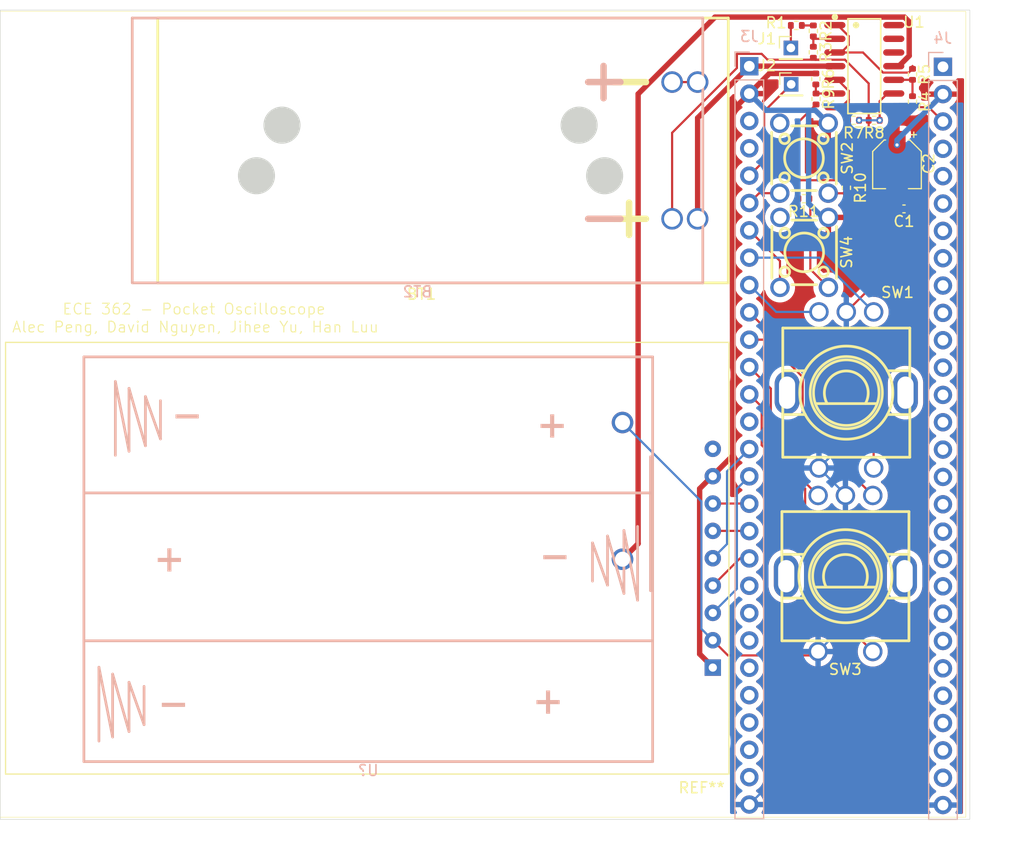
<source format=kicad_pcb>
(kicad_pcb (version 20241229) (generator "pcbnew") (generator_version "9.0")
  (layers (0 "F.Cu" signal) (2 "B.Cu" signal) (13 "F.Paste" user) (15 "B.Paste" user) (5 "F.SilkS" user "F.Silkscreen") (7 "B.SilkS" user "B.Silkscreen") (1 "F.Mask" user) (3 "B.Mask" user) (25 "Edge.Cuts" user))
  (net 0 "")
  (net 1 "+3.3V")
  (net 2 "/GPIO0")
  (net 3 "/GPIO3")
  (net 4 "/GPIO7")
  (net 5 "/GPIO13")
  (net 6 "/GPIO24")
  (net 7 "/GPIO21")
  (net 8 "/GPIO14")
  (net 9 "/GPIO5")
  (net 10 "+BATT")
  (net 11 "/GPIO1")
  (net 12 "/GPIO12")
  (net 13 "/GPIO23")
  (net 14 "/GPIO22")
  (net 15 "/GPIO18")
  (net 16 "/GPIO19")
  (net 17 "/GPIO4")
  (net 18 "/GPIO6")
  (net 19 "/GPIO8")
  (net 20 "/GPIO2")
  (net 21 "/GPIO17")
  (net 22 "/GPIO9")
  (net 23 "/GPIO20")
  (net 24 "/GPIO16")
  (net 25 "/GPIO15")
  (net 26 "/GPIO10")
  (net 27 "/GPIO11")
  (net 28 "/GPIO28")
  (net 29 "/GPIO38")
  (net 30 "/GPIO43_ADC3")
  (net 31 "/GPIO45_ADC5")
  (net 32 "/GPIO46_ADC6")
  (net 33 "/GPIO32")
  (net 34 "/GPIO47_ADC7")
  (net 35 "/GPIO36")
  (net 36 "/GPIO31")
  (net 37 "/GPIO33")
  (net 38 "/GPIO27")
  (net 39 "/GPIO34")
  (net 40 "/SWCLK")
  (net 41 "/GPIO26")
  (net 42 "/GPIO41_ADC1")
  (net 43 "/GPIO44_ADC4")
  (net 44 "/GPIO37")
  (net 45 "/SWD")
  (net 46 "/GPIO39")
  (net 47 "/GPIO30")
  (net 48 "/GPIO25")
  (net 49 "/GPIO35")
  (net 50 "/GPIO42_ADC2")
  (net 51 "/GPIO29")
  (net 52 "Net-(R1-Pad2)")
  (net 53 "Net-(U1A--)")
  (net 54 "Net-(U1C-+)")
  (net 55 "Net-(U1A-+)")
  (net 56 "Net-(U1B--)")
  (net 57 "Net-(U1B-+)")
  (net 58 "Net-(U1C--)")
  (net 59 "Net-(SW2-K)")
  (net 60 "Net-(SW4-K)")
  (net 66 "-BATT")
  (net 67 "GND")
  (net 72 "Net-(J1-Pin_1)")
  (net 73 "x")
  (net 74 "BT1_GND")
  (footprint "Rotary_Encoder_EC11E18244A5:SW-TH_EC11E18244A5" (layer "F.Cu") (at 11.195 49.72 180)
    (property "Reference" "SW3" (at 0.014966 -8.905433 0) (layer "F.SilkS"))
    (property "Value" "~")
    (pad "6" thru_hole oval (at 5.5 -0.25 270) (size 4 2.3) (drill oval 3 1.5) (layers "*.Cu" "*.Mask"))
    (pad "7" thru_hole oval (at -5.5 -0.25 270) (size 4 2.3) (drill oval 3 1.5) (layers "*.Cu" "*.Mask"))
    (pad "A" thru_hole circle (at -2.54 7.25 180) (size 1.8 1.8) (drill 1.3) (layers "*.Cu" "*.Mask") (net 19 "/GPIO8"))
    (pad "B" thru_hole circle (at 2.54 7.25 180) (size 1.8 1.8) (drill 1.3) (layers "*.Cu" "*.Mask") (net 22 "/GPIO9"))
    (pad "C" thru_hole circle (at 0 7.25 180) (size 1.8 1.8) (drill 1.3) (layers "*.Cu" "*.Mask") (net 67 "GND"))
    (pad "D" thru_hole circle (at -2.54 -7.25 180) (size 1.8 1.8) (drill 1.3) (layers "*.Cu" "*.Mask") (net 26 "/GPIO10"))
    (pad "E" thru_hole circle (at 2.54 -7.25 180) (size 1.8 1.8) (drill 1.3) (layers "*.Cu" "*.Mask") (net 67 "GND"))
  )
  (footprint "Resistor_SMD:R_0402_1005Metric" (layer "F.Cu") (at 8.215 -0.681625 -90)
    (property "Reference" "R2" (at 0 -1.17 90) (layer "F.SilkS"))
    (property "Value" "220k")
    (pad "1" smd roundrect (at -0.51 0 270) (size 0.54 0.64) (layers "F.Cu" "F.Mask" "F.Paste") (net 52 "Net-(R1-Pad2)"))
    (pad "2" smd roundrect (at 0.51 0 270) (size 0.54 0.64) (layers "F.Cu" "F.Mask" "F.Paste") (net 53 "Net-(U1A--)"))
  )
  (footprint "Rotary_Encoder_EC11E18244A5:SW-TH_EC11E18244A5" (layer "F.Cu") (at 11.275 32.67 180)
    (property "Reference" "SW1" (at -4.76 9.06 0) (layer "F.SilkS"))
    (property "Value" "~")
    (pad "6" thru_hole oval (at 5.5 -0.25 270) (size 4 2.3) (drill oval 3 1.5) (layers "*.Cu" "*.Mask"))
    (pad "7" thru_hole oval (at -5.5 -0.25 270) (size 4 2.3) (drill oval 3 1.5) (layers "*.Cu" "*.Mask"))
    (pad "A" thru_hole circle (at -2.54 7.25 180) (size 1.8 1.8) (drill 1.3) (layers "*.Cu" "*.Mask") (net 9 "/GPIO5"))
    (pad "B" thru_hole circle (at 2.54 7.25 180) (size 1.8 1.8) (drill 1.3) (layers "*.Cu" "*.Mask") (net 18 "/GPIO6"))
    (pad "C" thru_hole circle (at 0 7.25 180) (size 1.8 1.8) (drill 1.3) (layers "*.Cu" "*.Mask") (net 67 "GND"))
    (pad "D" thru_hole circle (at -2.54 -7.25 180) (size 1.8 1.8) (drill 1.3) (layers "*.Cu" "*.Mask") (net 4 "/GPIO7"))
    (pad "E" thru_hole circle (at 2.54 -7.25 180) (size 1.8 1.8) (drill 1.3) (layers "*.Cu" "*.Mask") (net 67 "GND"))
  )
  (footprint "Resistor_SMD:R_0402_1005Metric" (layer "F.Cu") (at 11.285 13.89 90)
    (property "Reference" "R10" (at 0 1.3 90) (layer "F.SilkS"))
    (property "Value" "1000")
    (pad "1" smd roundrect (at -0.51 0 90) (size 0.54 0.64) (layers "F.Cu" "F.Mask" "F.Paste") (net 59 "Net-(SW2-K)"))
    (pad "2" smd roundrect (at 0.51 0 90) (size 0.54 0.64) (layers "F.Cu" "F.Mask" "F.Paste") (net 67 "GND"))
  )
  (footprint "Resistor_SMD:R_0402_1005Metric" (layer "F.Cu") (at 11.955 7.62 180)
    (property "Reference" "R7" (at 0 -1.17 0) (layer "F.SilkS"))
    (property "Value" "10k")
    (pad "1" smd roundrect (at -0.51 0 180) (size 0.54 0.64) (layers "F.Cu" "F.Mask" "F.Paste") (net 58 "Net-(U1C--)"))
    (pad "2" smd roundrect (at 0.51 0 180) (size 0.54 0.64) (layers "F.Cu" "F.Mask" "F.Paste") (net 57 "Net-(U1B-+)"))
  )
  (footprint "Button_Tactile:SW-TH_4P-L6.0-W6.0-P4.50-LS6.5" (layer "F.Cu") (at 7.345 11.14 90)
    (property "Reference" "SW2" (at 0 4.02 90) (layer "F.SilkS"))
    (property "Value" "BUTTON_MODE")
    (pad "1" thru_hole circle (at -3.25 -2.25 90) (size 1.8 1.8) (drill 1.2) (layers "*.Cu" "*.Mask") (net 3 "/GPIO3"))
    (pad "2" thru_hole circle (at 3.25 -2.25 90) (size 1.8 1.8) (drill 1.2) (layers "*.Cu" "*.Mask"))
    (pad "3" thru_hole circle (at -3.25 2.25 90) (size 1.8 1.8) (drill 1.2) (layers "*.Cu" "*.Mask") (net 59 "Net-(SW2-K)"))
    (pad "4" thru_hole circle (at 3.25 2.25 90) (size 1.8 1.8) (drill 1.2) (layers "*.Cu" "*.Mask") (net 1 "+3.3V"))
  )
  (footprint "cell_holder_3AA:BAT-TH_2P-L53.0-W24.6-P12.70_2468" (layer "F.Cu") (at -2.535 10.42)
    (property "Reference" "BT1" (at -25.65 13.35 0) (layer "F.SilkS"))
    (property "Value" "BAT-TH_2P-L53.0-W24.6-P12.70_2468")
    (fp_poly (pts (xy -36.888693 -2.46282) (xy -36.918145 -2.686531) (xy -36.976546 -2.904483) (xy -37.062895 -3.112948) (xy -37.175715 -3.308359) (xy -37.313076 -3.487372) (xy -37.472628 -3.646924) (xy -37.651641 -3.784285) (xy -37.847052 -3.897105) (xy -38.055517 -3.983454) (xy -38.273469 -4.041855) (xy -38.49718 -4.071307) (xy -38.72282 -4.071307) (xy -38.946531 -4.041855) (xy -39.164483 -3.983454) (xy -39.372948 -3.897105) (xy -39.568359 -3.784285) (xy -39.747372 -3.646924) (xy -39.906924 -3.487372) (xy -40.044285 -3.308359) (xy -40.157105 -3.112948) (xy -40.243454 -2.904483) (xy -40.301855 -2.686531) (xy -40.331307 -2.46282) (xy -40.331307 -2.23718) (xy -40.301855 -2.013469) (xy -40.243454 -1.795517) (xy -40.157105 -1.587052) (xy -40.044285 -1.391641) (xy -39.906924 -1.212628) (xy -39.747372 -1.053076) (xy -39.568359 -0.915715) (xy -39.372948 -0.802895) (xy -39.164483 -0.716546) (xy -38.946531 -0.658145) (xy -38.72282 -0.628693) (xy -38.49718 -0.628693) (xy -38.273469 -0.658145) (xy -38.055517 -0.716546) (xy -37.847052 -0.802895) (xy -37.651641 -0.915715) (xy -37.472628 -1.053076) (xy -37.313076 -1.212628) (xy -37.175715 -1.391641) (xy -37.062895 -1.587052) (xy -36.976546 -1.795517) (xy -36.918145 -2.013469) (xy -36.888693 -2.23718)) (fill yes) (layer "Edge.Cuts"))
    (fp_poly (pts (xy -6.918693 2.23718) (xy -6.948145 2.013469) (xy -7.006546 1.795517) (xy -7.092895 1.587052) (xy -7.205715 1.391641) (xy -7.343076 1.212628) (xy -7.502628 1.053076) (xy -7.681641 0.915715) (xy -7.877052 0.802895) (xy -8.085517 0.716546) (xy -8.303469 0.658145) (xy -8.52718 0.628693) (xy -8.75282 0.628693) (xy -8.976531 0.658145) (xy -9.194483 0.716546) (xy -9.402948 0.802895) (xy -9.598359 0.915715) (xy -9.777372 1.053076) (xy -9.936924 1.212628) (xy -10.074285 1.391641) (xy -10.187105 1.587052) (xy -10.273454 1.795517) (xy -10.331855 2.013469) (xy -10.361307 2.23718) (xy -10.361307 2.46282) (xy -10.331855 2.686531) (xy -10.273454 2.904483) (xy -10.187105 3.112948) (xy -10.074285 3.308359) (xy -9.936924 3.487372) (xy -9.777372 3.646924) (xy -9.598359 3.784285) (xy -9.402948 3.897105) (xy -9.194483 3.983454) (xy -8.976531 4.041855) (xy -8.75282 4.071307) (xy -8.52718 4.071307) (xy -8.303469 4.041855) (xy -8.085517 3.983454) (xy -7.877052 3.897105) (xy -7.681641 3.784285) (xy -7.502628 3.646924) (xy -7.343076 3.487372) (xy -7.205715 3.308359) (xy -7.092895 3.112948) (xy -7.006546 2.904483) (xy -6.948145 2.686531) (xy -6.918693 2.46282)) (fill yes) (layer "Edge.Cuts"))
    (pad "1" thru_hole circle (at 0 -6.35) (size 2 2) (drill 1.5) (layers "*.Cu" "*.Mask") (net 74 "BT1_GND"))
    (pad "2" thru_hole circle (at 0 6.35) (size 2 2) (drill 1.5) (layers "*.Cu" "*.Mask") (net 10 "+BATT"))
  )
  (footprint "Capacitor_SMD:C_0402_1005Metric" (layer "F.Cu") (at 16.635 15.85 180)
    (property "Reference" "C1" (at 0 -1.16 0) (layer "F.SilkS"))
    (property "Value" ".1uF")
    (pad "1" smd roundrect (at -0.48 0 180) (size 0.56 0.62) (layers "F.Cu" "F.Mask" "F.Paste") (net 1 "+3.3V"))
    (pad "2" smd roundrect (at 0.48 0 180) (size 0.56 0.62) (layers "F.Cu" "F.Mask" "F.Paste") (net 67 "GND"))
  )
  (footprint "Resistor_SMD:R_0402_1005Metric" (layer "F.Cu") (at 17.425 3.35 -90)
    (property "Reference" "R5" (at 0 -1.11 270) (layer "F.SilkS"))
    (property "Value" "10k")
    (pad "1" smd roundrect (at -0.51 0 270) (size 0.54 0.64) (layers "F.Cu" "F.Mask" "F.Paste") (net 55 "Net-(U1A-+)"))
    (pad "2" smd roundrect (at 0.51 0 270) (size 0.54 0.64) (layers "F.Cu" "F.Mask" "F.Paste") (net 54 "Net-(U1C-+)"))
  )
  (footprint "Resistor_SMD:R_0402_1005Metric" (layer "F.Cu") (at 7.335 14.9 180)
    (property "Reference" "R11" (at 0.02 -1.19 0) (layer "F.SilkS"))
    (property "Value" "1000")
    (pad "1" smd roundrect (at -0.51 0 180) (size 0.54 0.64) (layers "F.Cu" "F.Mask" "F.Paste") (net 60 "Net-(SW4-K)"))
    (pad "2" smd roundrect (at 0.51 0 180) (size 0.54 0.64) (layers "F.Cu" "F.Mask" "F.Paste") (net 67 "GND"))
  )
  (footprint "Resistor_SMD:R_0402_1005Metric" (layer "F.Cu") (at 8.445 3.78 -90)
    (property "Reference" "R6" (at 0 -1.17 90) (layer "F.SilkS"))
    (property "Value" "10k")
    (pad "1" smd roundrect (at -0.51 0 270) (size 0.54 0.64) (layers "F.Cu" "F.Mask" "F.Paste") (net 1 "+3.3V"))
    (pad "2" smd roundrect (at 0.51 0 270) (size 0.54 0.64) (layers "F.Cu" "F.Mask" "F.Paste") (net 56 "Net-(U1B--)"))
  )
  (footprint "" (layer "F.Cu") (at -63.405 1.76)
    (property "Reference" "" (at 0 0 0) (layer "F.SilkS") (effects (font (size 1.27 1.27))))
    (property "Value" "")
    (pad "" np_thru_hole circle (at 0 0 180) (size 3.5 3.5) (drill 3.5) (layers "*.Cu" "*.Mask") (clearance 1.4))
  )
  (footprint "Resistor_SMD:R_0402_1005Metric" (layer "F.Cu") (at 6.635 -1.191625)
    (property "Reference" "R1" (at -1.88 -0.248375 0) (layer "F.SilkS"))
    (property "Value" "680k")
    (pad "1" smd roundrect (at -0.51 0) (size 0.54 0.64) (layers "F.Cu" "F.Mask" "F.Paste") (net 72 "Net-(J1-Pin_1)"))
    (pad "2" smd roundrect (at 0.51 0) (size 0.54 0.64) (layers "F.Cu" "F.Mask" "F.Paste") (net 52 "Net-(R1-Pad2)"))
  )
  (footprint "Connector_PinHeader_2.00mm:PinHeader_1x01_P2.00mm_Vertical" (layer "F.Cu") (at 6.125 0.898375)
    (property "Reference" "J1" (at -2.23 -0.848375 0) (layer "F.SilkS"))
    (property "Value" "Conn_01x01_Pin")
    (pad "1" thru_hole rect (at 0 0) (size 1.35 1.35) (drill 0.8) (layers "*.Cu" "*.Mask") (net 72 "Net-(J1-Pin_1)"))
  )
  (footprint "Resistor_SMD:R_0402_1005Metric" (layer "F.Cu") (at 13.865 7.62 180)
    (property "Reference" "R8" (at 0 -1.17 0) (layer "F.SilkS"))
    (property "Value" "10k")
    (pad "1" smd roundrect (at -0.51 0 180) (size 0.54 0.64) (layers "F.Cu" "F.Mask" "F.Paste") (net 58 "Net-(U1C--)"))
    (pad "2" smd roundrect (at 0.51 0 180) (size 0.54 0.64) (layers "F.Cu" "F.Mask" "F.Paste") (net 67 "GND"))
  )
  (footprint "Button_Tactile:SW-TH_4P-L6.0-W6.0-P4.50-LS6.5" (layer "F.Cu") (at 7.365 19.89 90)
    (property "Reference" "SW4" (at 0.02 3.94 90) (layer "F.SilkS"))
    (property "Value" "BUTTON_CAPTURE")
    (pad "1" thru_hole circle (at -3.25 -2.25 90) (size 1.8 1.8) (drill 1.2) (layers "*.Cu" "*.Mask") (net 17 "/GPIO4"))
    (pad "2" thru_hole circle (at 3.25 -2.25 90) (size 1.8 1.8) (drill 1.2) (layers "*.Cu" "*.Mask"))
    (pad "3" thru_hole circle (at -3.25 2.25 90) (size 1.8 1.8) (drill 1.2) (layers "*.Cu" "*.Mask") (net 60 "Net-(SW4-K)"))
    (pad "4" thru_hole circle (at 3.25 2.25 90) (size 1.8 1.8) (drill 1.2) (layers "*.Cu" "*.Mask") (net 1 "+3.3V"))
  )
  (footprint "Resistor_SMD:R_0402_1005Metric" (layer "F.Cu") (at 17.425 5.89 -90)
    (property "Reference" "R4" (at 0 -1.17 90) (layer "F.SilkS"))
    (property "Value" "10k")
    (pad "1" smd roundrect (at -0.51 0 270) (size 0.54 0.64) (layers "F.Cu" "F.Mask" "F.Paste") (net 54 "Net-(U1C-+)"))
    (pad "2" smd roundrect (at 0.51 0 270) (size 0.54 0.64) (layers "F.Cu" "F.Mask" "F.Paste") (net 34 "/GPIO47_ADC7"))
  )
  (footprint "TL084:SOP-14_L8.6-W3.9-P1.27-LS6.0-BL" (layer "F.Cu") (at 12.949 2.59 -90)
    (property "Reference" "U1" (at -4.09 -4.616 180) (layer "F.SilkS"))
    (property "Value" "TL084")
    (pad "1" smd oval (at -3.81 2.734 270) (size 0.595 1.9675) (layers "F.Cu" "F.Mask" "F.Paste") (net 55 "Net-(U1A-+)"))
    (pad "2" smd oval (at -2.54 2.734 270) (size 0.595 1.9675) (layers "F.Cu" "F.Mask" "F.Paste") (net 53 "Net-(U1A--)"))
    (pad "3" smd oval (at -1.27 2.734 270) (size 0.595 1.9675) (layers "F.Cu" "F.Mask" "F.Paste") (net 55 "Net-(U1A-+)"))
    (pad "4" smd oval (at 0 2.734 270) (size 0.595 1.9675) (layers "F.Cu" "F.Mask" "F.Paste") (net 10 "+BATT"))
    (pad "5" smd oval (at 1.27 2.734 270) (size 0.595 1.9675) (layers "F.Cu" "F.Mask" "F.Paste") (net 57 "Net-(U1B-+)"))
    (pad "6" smd oval (at 2.54 2.734 270) (size 0.595 1.9675) (layers "F.Cu" "F.Mask" "F.Paste") (net 56 "Net-(U1B--)"))
    (pad "7" smd oval (at 3.81 2.734 270) (size 0.595 1.9675) (layers "F.Cu" "F.Mask" "F.Paste") (net 57 "Net-(U1B-+)"))
    (pad "8" smd oval (at 3.81 -2.734 270) (size 0.595 1.9675) (layers "F.Cu" "F.Mask" "F.Paste") (net 34 "/GPIO47_ADC7"))
    (pad "9" smd oval (at 2.54 -2.734 270) (size 0.595 1.9675) (layers "F.Cu" "F.Mask" "F.Paste") (net 58 "Net-(U1C--)"))
    (pad "10" smd oval (at 1.27 -2.734 270) (size 0.595 1.9675) (layers "F.Cu" "F.Mask" "F.Paste") (net 54 "Net-(U1C-+)"))
    (pad "11" smd oval (at 0 -2.734 270) (size 0.595 1.9675) (layers "F.Cu" "F.Mask" "F.Paste") (net 66 "-BATT"))
    (pad "12" smd oval (at -1.27 -2.734 270) (size 0.595 1.9675) (layers "F.Cu" "F.Mask" "F.Paste"))
    (pad "13" smd oval (at -2.54 -2.734 270) (size 0.595 1.9675) (layers "F.Cu" "F.Mask" "F.Paste"))
    (pad "14" smd oval (at -3.81 -2.734 270) (size 0.595 1.9675) (layers "F.Cu" "F.Mask" "F.Paste"))
  )
  (footprint "Resistor_SMD:R_0402_1005Metric" (layer "F.Cu") (at 8.215 1.298375 -90)
    (property "Reference" "R3" (at 0 -1.17 90) (layer "F.SilkS"))
    (property "Value" "100k")
    (pad "1" smd roundrect (at -0.51 0 270) (size 0.54 0.64) (layers "F.Cu" "F.Mask" "F.Paste") (net 53 "Net-(U1A--)"))
    (pad "2" smd roundrect (at 0.51 0 270) (size 0.54 0.64) (layers "F.Cu" "F.Mask" "F.Paste") (net 67 "GND"))
  )
  (footprint "Resistor_SMD:R_0402_1005Metric" (layer "F.Cu") (at 8.465 5.64 -90)
    (property "Reference" "R9" (at 0 -1.17 90) (layer "F.SilkS"))
    (property "Value" "10k")
    (pad "1" smd roundrect (at -0.51 0 270) (size 0.54 0.64) (layers "F.Cu" "F.Mask" "F.Paste") (net 56 "Net-(U1B--)"))
    (pad "2" smd roundrect (at 0.51 0 270) (size 0.54 0.64) (layers "F.Cu" "F.Mask" "F.Paste") (net 67 "GND"))
  )
  (footprint "LCD_MSP2202_without_sd:LCD_MSP2202_without_sd" (layer "F.Cu") (at 0.375 68.35 180)
    (property "Reference" "REF**" (at 2.54 -1.27 0) (layer "F.SilkS"))
    (property "Value" "LCD_MSP2202_without_sd")
    (pad "" np_thru_hole circle (at 3 3 180) (size 3.5 3.5) (drill 3.5) (layers "*.Cu" "*.Mask") (clearance 1.4))
    (pad "" np_thru_hole circle (at 3 37.1 180) (size 3.5 3.5) (drill 3.5) (layers "*.Cu" "*.Mask") (clearance 1.4))
    (pad "" np_thru_hole circle (at 64.2 3 180) (size 3.5 3.5) (drill 3.5) (layers "*.Cu" "*.Mask") (clearance 1.4))
    (pad "" np_thru_hole circle (at 64.2 37.1 180) (size 3.5 3.5) (drill 3.5) (layers "*.Cu" "*.Mask") (clearance 1.4))
    (pad "1" thru_hole rect (at 1.5 9.89 180) (size 1.524 1.524) (drill 0.762) (layers "*.Cu" "*.Mask") (net 1 "+3.3V"))
    (pad "2" thru_hole circle (at 1.5 12.43 180) (size 1.524 1.524) (drill 0.762) (layers "*.Cu" "*.Mask") (net 67 "GND"))
    (pad "3" thru_hole circle (at 1.5 14.97 180) (size 1.524 1.524) (drill 0.762) (layers "*.Cu" "*.Mask") (net 5 "/GPIO13"))
    (pad "4" thru_hole circle (at 1.5 17.51 180) (size 1.524 1.524) (drill 0.762) (layers "*.Cu" "*.Mask") (net 24 "/GPIO16"))
    (pad "5" thru_hole circle (at 1.5 20.05 180) (size 1.524 1.524) (drill 0.762) (layers "*.Cu" "*.Mask") (net 12 "/GPIO12"))
    (pad "6" thru_hole circle (at 1.5 22.59 180) (size 1.524 1.524) (drill 0.762) (layers "*.Cu" "*.Mask") (net 25 "/GPIO15"))
    (pad "7" thru_hole circle (at 1.5 25.13 180) (size 1.524 1.524) (drill 0.762) (layers "*.Cu" "*.Mask") (net 8 "/GPIO14"))
    (pad "8" thru_hole circle (at 1.5 27.67 180) (size 1.524 1.524) (drill 0.762) (layers "*.Cu" "*.Mask") (net 1 "+3.3V"))
    (pad "9" thru_hole circle (at 1.5 30.21 180) (size 1.524 1.524) (drill 0.762) (layers "*.Cu" "*.Mask"))
  )
  (footprint "Connector_PinHeader_2.00mm:PinHeader_1x01_P2.00mm_Vertical" (layer "F.Cu") (at 6.155 4.28)
    (property "Reference" "J2" (at -2.24 -1.74 0) (layer "F.SilkS"))
    (property "Value" "Conn_01x01_Pin")
    (pad "1" thru_hole rect (at 0 0) (size 1.35 1.35) (drill 0.8) (layers "*.Cu" "*.Mask") (net 20 "/GPIO2"))
  )
  (footprint "Capacitor_SMD:CP_Elec_4x4.5" (layer "F.Cu") (at 15.985 11.71 -90)
    (property "Reference" "C2" (at -0.06 -2.95 90) (layer "F.SilkS"))
    (property "Value" "10uF")
    (pad "1" smd roundrect (at -1.8 0 270) (size 2.6 1.6) (layers "F.Cu" "F.Mask" "F.Paste") (roundrect_rratio 0.15625) (net 1 "+3.3V"))
    (pad "2" smd roundrect (at 1.8 0 270) (size 2.6 1.6) (layers "F.Cu" "F.Mask" "F.Paste") (roundrect_rratio 0.15625) (net 67 "GND"))
  )
  (footprint "Connector_PinSocket_2.54mm:PinSocket_1x28_P2.54mm_Vertical" (layer "B.Cu") (at 20.255 2.65 180)
    (property "Reference" "J4" (at 0.02 2.66 180) (layer "B.SilkS") (effects (justify mirror)))
    (property "Value" "Conn_01x28_Socket")
    (pad "1" thru_hole rect (at 0 0 180) (size 1.7 1.7) (drill 1) (layers "*.Cu" "*.Mask") (net 10 "+BATT"))
    (pad "2" thru_hole oval (at 0 -2.54 180) (size 1.7 1.7) (drill 1) (layers "*.Cu" "*.Mask") (net 1 "+3.3V"))
    (pad "3" thru_hole oval (at 0 -5.08 180) (size 1.7 1.7) (drill 1) (layers "*.Cu" "*.Mask") (net 34 "/GPIO47_ADC7"))
    (pad "4" thru_hole oval (at 0 -7.62 180) (size 1.7 1.7) (drill 1) (layers "*.Cu" "*.Mask") (net 32 "/GPIO46_ADC6"))
    (pad "5" thru_hole oval (at 0 -10.16 180) (size 1.7 1.7) (drill 1) (layers "*.Cu" "*.Mask") (net 31 "/GPIO45_ADC5"))
    (pad "6" thru_hole oval (at 0 -12.7 180) (size 1.7 1.7) (drill 1) (layers "*.Cu" "*.Mask") (net 43 "/GPIO44_ADC4"))
    (pad "7" thru_hole oval (at 0 -15.24 180) (size 1.7 1.7) (drill 1) (layers "*.Cu" "*.Mask") (net 30 "/GPIO43_ADC3"))
    (pad "8" thru_hole oval (at 0 -17.78 180) (size 1.7 1.7) (drill 1) (layers "*.Cu" "*.Mask") (net 50 "/GPIO42_ADC2"))
    (pad "9" thru_hole oval (at 0 -20.32 180) (size 1.7 1.7) (drill 1) (layers "*.Cu" "*.Mask") (net 42 "/GPIO41_ADC1"))
    (pad "10" thru_hole oval (at 0 -22.86 180) (size 1.7 1.7) (drill 1) (layers "*.Cu" "*.Mask") (net 73 "x"))
    (pad "11" thru_hole oval (at 0 -25.4 180) (size 1.7 1.7) (drill 1) (layers "*.Cu" "*.Mask") (net 46 "/GPIO39"))
    (pad "12" thru_hole oval (at 0 -27.94 180) (size 1.7 1.7) (drill 1) (layers "*.Cu" "*.Mask") (net 29 "/GPIO38"))
    (pad "13" thru_hole oval (at 0 -30.48 180) (size 1.7 1.7) (drill 1) (layers "*.Cu" "*.Mask") (net 44 "/GPIO37"))
    (pad "14" thru_hole oval (at 0 -33.02 180) (size 1.7 1.7) (drill 1) (layers "*.Cu" "*.Mask") (net 35 "/GPIO36"))
    (pad "15" thru_hole oval (at 0 -35.56 180) (size 1.7 1.7) (drill 1) (layers "*.Cu" "*.Mask") (net 49 "/GPIO35"))
    (pad "16" thru_hole oval (at 0 -38.1 180) (size 1.7 1.7) (drill 1) (layers "*.Cu" "*.Mask") (net 39 "/GPIO34"))
    (pad "17" thru_hole oval (at 0 -40.64 180) (size 1.7 1.7) (drill 1) (layers "*.Cu" "*.Mask") (net 37 "/GPIO33"))
    (pad "18" thru_hole oval (at 0 -43.18 180) (size 1.7 1.7) (drill 1) (layers "*.Cu" "*.Mask") (net 33 "/GPIO32"))
    (pad "19" thru_hole oval (at 0 -45.72 180) (size 1.7 1.7) (drill 1) (layers "*.Cu" "*.Mask") (net 36 "/GPIO31"))
    (pad "20" thru_hole oval (at 0 -48.26 180) (size 1.7 1.7) (drill 1) (layers "*.Cu" "*.Mask") (net 47 "/GPIO30"))
    (pad "21" thru_hole oval (at 0 -50.8 180) (size 1.7 1.7) (drill 1) (layers "*.Cu" "*.Mask") (net 51 "/GPIO29"))
    (pad "22" thru_hole oval (at 0 -53.34 180) (size 1.7 1.7) (drill 1) (layers "*.Cu" "*.Mask") (net 28 "/GPIO28"))
    (pad "23" thru_hole oval (at 0 -55.88 180) (size 1.7 1.7) (drill 1) (layers "*.Cu" "*.Mask") (net 38 "/GPIO27"))
    (pad "24" thru_hole oval (at 0 -58.42 180) (size 1.7 1.7) (drill 1) (layers "*.Cu" "*.Mask") (net 41 "/GPIO26"))
    (pad "25" thru_hole oval (at 0 -60.96 180) (size 1.7 1.7) (drill 1) (layers "*.Cu" "*.Mask") (net 48 "/GPIO25"))
    (pad "26" thru_hole oval (at 0 -63.5 180) (size 1.7 1.7) (drill 1) (layers "*.Cu" "*.Mask") (net 40 "/SWCLK"))
    (pad "27" thru_hole oval (at 0 -66.04 180) (size 1.7 1.7) (drill 1) (layers "*.Cu" "*.Mask") (net 45 "/SWD"))
    (pad "28" thru_hole oval (at 0 -68.58 180) (size 1.7 1.7) (drill 1) (layers "*.Cu" "*.Mask") (net 67 "GND"))
  )
  (footprint "cell_holder_3AA:BAT-TH_2479" (layer "B.Cu") (at -9.5125 42.045)
    (property "Reference" "U?" (at -23.6175 25.973 0) (layer "B.SilkS") (effects (justify mirror)))
    (property "Value" "BAT-TH_2479")
    (pad "1" thru_hole circle (at 0 -6.35) (size 2 2) (drill 1.4) (layers "*.Cu" "*.Mask") (net 67 "GND"))
    (pad "2" thru_hole circle (at 0 6.35) (size 2 2) (drill 1.4) (layers "*.Cu" "*.Mask") (net 66 "-BATT"))
  )
  (footprint "Connector_PinSocket_2.54mm:PinSocket_1x28_P2.54mm_Vertical" (layer "B.Cu") (at 2.265 2.6 180)
    (property "Reference" "J3" (at 0 2.77 0) (layer "B.SilkS") (effects (justify mirror)))
    (property "Value" "Conn_01x28_Socket")
    (pad "1" thru_hole rect (at 0 0 180) (size 1.7 1.7) (drill 1) (layers "*.Cu" "*.Mask") (net 10 "+BATT"))
    (pad "2" thru_hole oval (at 0 -2.54 180) (size 1.7 1.7) (drill 1) (layers "*.Cu" "*.Mask") (net 1 "+3.3V"))
    (pad "3" thru_hole oval (at 0 -5.08 180) (size 1.7 1.7) (drill 1) (layers "*.Cu" "*.Mask") (net 2 "/GPIO0"))
    (pad "4" thru_hole oval (at 0 -7.62 180) (size 1.7 1.7) (drill 1) (layers "*.Cu" "*.Mask") (net 11 "/GPIO1"))
    (pad "5" thru_hole oval (at 0 -10.16 180) (size 1.7 1.7) (drill 1) (layers "*.Cu" "*.Mask") (net 20 "/GPIO2"))
    (pad "6" thru_hole oval (at 0 -12.7 180) (size 1.7 1.7) (drill 1) (layers "*.Cu" "*.Mask") (net 3 "/GPIO3"))
    (pad "7" thru_hole oval (at 0 -15.24 180) (size 1.7 1.7) (drill 1) (layers "*.Cu" "*.Mask") (net 17 "/GPIO4"))
    (pad "8" thru_hole oval (at 0 -17.78 180) (size 1.7 1.7) (drill 1) (layers "*.Cu" "*.Mask") (net 9 "/GPIO5"))
    (pad "9" thru_hole oval (at 0 -20.32 180) (size 1.7 1.7) (drill 1) (layers "*.Cu" "*.Mask") (net 18 "/GPIO6"))
    (pad "10" thru_hole oval (at 0 -22.86 180) (size 1.7 1.7) (drill 1) (layers "*.Cu" "*.Mask") (net 4 "/GPIO7"))
    (pad "11" thru_hole oval (at 0 -25.4 180) (size 1.7 1.7) (drill 1) (layers "*.Cu" "*.Mask") (net 19 "/GPIO8"))
    (pad "12" thru_hole oval (at 0 -27.94 180) (size 1.7 1.7) (drill 1) (layers "*.Cu" "*.Mask") (net 22 "/GPIO9"))
    (pad "13" thru_hole oval (at 0 -30.48 180) (size 1.7 1.7) (drill 1) (layers "*.Cu" "*.Mask") (net 26 "/GPIO10"))
    (pad "14" thru_hole oval (at 0 -33.02 180) (size 1.7 1.7) (drill 1) (layers "*.Cu" "*.Mask") (net 27 "/GPIO11"))
    (pad "15" thru_hole oval (at 0 -35.56 180) (size 1.7 1.7) (drill 1) (layers "*.Cu" "*.Mask") (net 12 "/GPIO12"))
    (pad "16" thru_hole oval (at 0 -38.1 180) (size 1.7 1.7) (drill 1) (layers "*.Cu" "*.Mask") (net 5 "/GPIO13"))
    (pad "17" thru_hole oval (at 0 -40.64 180) (size 1.7 1.7) (drill 1) (layers "*.Cu" "*.Mask") (net 8 "/GPIO14"))
    (pad "18" thru_hole oval (at 0 -43.18 180) (size 1.7 1.7) (drill 1) (layers "*.Cu" "*.Mask") (net 25 "/GPIO15"))
    (pad "19" thru_hole oval (at 0 -45.72 180) (size 1.7 1.7) (drill 1) (layers "*.Cu" "*.Mask") (net 24 "/GPIO16"))
    (pad "20" thru_hole oval (at 0 -48.26 180) (size 1.7 1.7) (drill 1) (layers "*.Cu" "*.Mask") (net 21 "/GPIO17"))
    (pad "21" thru_hole oval (at 0 -50.8 180) (size 1.7 1.7) (drill 1) (layers "*.Cu" "*.Mask") (net 15 "/GPIO18"))
    (pad "22" thru_hole oval (at 0 -53.34 180) (size 1.7 1.7) (drill 1) (layers "*.Cu" "*.Mask") (net 16 "/GPIO19"))
    (pad "23" thru_hole oval (at 0 -55.88 180) (size 1.7 1.7) (drill 1) (layers "*.Cu" "*.Mask") (net 23 "/GPIO20"))
    (pad "24" thru_hole oval (at 0 -58.42 180) (size 1.7 1.7) (drill 1) (layers "*.Cu" "*.Mask") (net 7 "/GPIO21"))
    (pad "25" thru_hole oval (at 0 -60.96 180) (size 1.7 1.7) (drill 1) (layers "*.Cu" "*.Mask") (net 14 "/GPIO22"))
    (pad "26" thru_hole oval (at 0 -63.5 180) (size 1.7 1.7) (drill 1) (layers "*.Cu" "*.Mask") (net 13 "/GPIO23"))
    (pad "27" thru_hole oval (at 0 -66.04 180) (size 1.7 1.7) (drill 1) (layers "*.Cu" "*.Mask") (net 6 "/GPIO24"))
    (pad "28" thru_hole oval (at 0 -68.58 180) (size 1.7 1.7) (drill 1) (layers "*.Cu" "*.Mask") (net 67 "GND"))
  )
  (footprint "cell_holder_3AA:BAT-TH_2P-L53.0-W24.6-P12.70_2468" (layer "B.Cu") (at -4.905 10.42)
    (property "Reference" "BT2" (at -23.65 13.127 180) (layer "B.SilkS") (effects (justify mirror)))
    (property "Value" "BAT-TH_2P-L53.0-W24.6-P12.70_2468")
    (fp_poly (pts (xy -36.888693 2.46282) (xy -36.918145 2.686531) (xy -36.976546 2.904483) (xy -37.062895 3.112948) (xy -37.175715 3.308359) (xy -37.313076 3.487372) (xy -37.472628 3.646924) (xy -37.651641 3.784285) (xy -37.847052 3.897105) (xy -38.055517 3.983454) (xy -38.273469 4.041855) (xy -38.49718 4.071307) (xy -38.72282 4.071307) (xy -38.946531 4.041855) (xy -39.164483 3.983454) (xy -39.372948 3.897105) (xy -39.568359 3.784285) (xy -39.747372 3.646924) (xy -39.906924 3.487372) (xy -40.044285 3.308359) (xy -40.157105 3.112948) (xy -40.243454 2.904483) (xy -40.301855 2.686531) (xy -40.331307 2.46282) (xy -40.331307 2.23718) (xy -40.301855 2.013469) (xy -40.243454 1.795517) (xy -40.157105 1.587052) (xy -40.044285 1.391641) (xy -39.906924 1.212628) (xy -39.747372 1.053076) (xy -39.568359 0.915715) (xy -39.372948 0.802895) (xy -39.164483 0.716546) (xy -38.946531 0.658145) (xy -38.72282 0.628693) (xy -38.49718 0.628693) (xy -38.273469 0.658145) (xy -38.055517 0.716546) (xy -37.847052 0.802895) (xy -37.651641 0.915715) (xy -37.472628 1.053076) (xy -37.313076 1.212628) (xy -37.175715 1.391641) (xy -37.062895 1.587052) (xy -36.976546 1.795517) (xy -36.918145 2.013469) (xy -36.888693 2.23718)) (fill yes) (layer "Edge.Cuts"))
    (fp_poly (pts (xy -6.918693 -2.23718) (xy -6.948145 -2.013469) (xy -7.006546 -1.795517) (xy -7.092895 -1.587052) (xy -7.205715 -1.391641) (xy -7.343076 -1.212628) (xy -7.502628 -1.053076) (xy -7.681641 -0.915715) (xy -7.877052 -0.802895) (xy -8.085517 -0.716546) (xy -8.303469 -0.658145) (xy -8.52718 -0.628693) (xy -8.75282 -0.628693) (xy -8.976531 -0.658145) (xy -9.194483 -0.716546) (xy -9.402948 -0.802895) (xy -9.598359 -0.915715) (xy -9.777372 -1.053076) (xy -9.936924 -1.212628) (xy -10.074285 -1.391641) (xy -10.187105 -1.587052) (xy -10.273454 -1.795517) (xy -10.331855 -2.013469) (xy -10.361307 -2.23718) (xy -10.361307 -2.46282) (xy -10.331855 -2.686531) (xy -10.273454 -2.904483) (xy -10.187105 -3.112948) (xy -10.074285 -3.308359) (xy -9.936924 -3.487372) (xy -9.777372 -3.646924) (xy -9.598359 -3.784285) (xy -9.402948 -3.897105) (xy -9.194483 -3.983454) (xy -8.976531 -4.041855) (xy -8.75282 -4.071307) (xy -8.52718 -4.071307) (xy -8.303469 -4.041855) (xy -8.085517 -3.983454) (xy -7.877052 -3.897105) (xy -7.681641 -3.784285) (xy -7.502628 -3.646924) (xy -7.343076 -3.487372) (xy -7.205715 -3.308359) (xy -7.092895 -3.112948) (xy -7.006546 -2.904483) (xy -6.948145 -2.686531) (xy -6.918693 -2.46282)) (fill yes) (layer "Edge.Cuts"))
    (pad "1" thru_hole circle (at 0 6.35) (size 2 2) (drill 1.5) (layers "*.Cu" "*.Mask") (net 67 "GND"))
    (pad "2" thru_hole circle (at 0 -6.35) (size 2 2) (drill 1.5) (layers "*.Cu" "*.Mask") (net 74 "BT1_GND"))
  )
  (gr_rect (start -67.315 -2.5) (end 22.375 72.36) (stroke (width 0.05)) (fill no) (layer "F.SilkS"))
  (gr_rect (start -67.315 -2.62) (end 22.75 72.56) (stroke (width 0.05)) (fill no) (layer "Edge.Cuts"))
  (gr_text "ECE 362 - Pocket Oscilloscope" (at -61.6 25.74 0) (layer "F.SilkS") (effects (font (size 1 1) (thickness 0.1)) (justify left bottom)))
  (gr_text "Alec Peng, David Nguyen, Jihee Yu, Han Luu" (at -66.28 27.41 0) (layer "F.SilkS") (effects (font (size 1 1) (thickness 0.1)) (justify left bottom)))
  (segment (start 4.135 3.27) (end 8.445 3.27) (width 0.5) (layer "F.Cu") (net 1))
  (segment (start -1.135 58.41) (end -2.348 57.197) (width 0.5) (layer "F.Cu") (net 1))
  (segment (start -1.135 40.63) (end 0.766 38.729) (width 0.5) (layer "F.Cu") (net 1))
  (segment (start 0.766 6.639) (end 2.265 5.14) (width 0.5) (layer "F.Cu") (net 1))
  (segment (start -2.348 41.843) (end -1.135 40.63) (width 0.5) (layer "F.Cu") (net 1))
  (segment (start 17.115 11.04) (end 15.985 9.91) (width 0.2) (layer "F.Cu") (net 1))
  (segment (start 17.115 15.85) (end 17.115 11.04) (width 0.2) (layer "F.Cu") (net 1))
  (segment (start 2.265 5.14) (end 4.135 3.27) (width 0.5) (layer "F.Cu") (net 1))
  (segment (start 0.766 38.729) (end 0.766 6.639) (width 0.5) (layer "F.Cu") (net 1))
  (segment (start -2.348 57.197) (end -2.348 41.843) (width 0.5) (layer "F.Cu") (net 1))
  (via (at 15.985 9.91) (size 0.6) (drill 0.3) (layers "F.Cu" "B.Cu") (net 1))
  (segment (start 15.985 9.46) (end 15.985 9.91) (width 0.5) (layer "B.Cu") (net 1))
  (segment (start 9.065 16.64) (end 9.615 16.64) (width 0.5) (layer "B.Cu") (net 1))
  (segment (start 7.775 15.35) (end 9.065 16.64) (width 0.5) (layer "B.Cu") (net 1))
  (segment (start 9.595 7.89) (end 8.394 6.689) (width 0.5) (layer "B.Cu") (net 1))
  (segment (start 7.775 15.35) (end 7.775 6.709) (width 0.5) (layer "B.Cu") (net 1))
  (segment (start 20.255 5.19) (end 15.985 9.46) (width 0.5) (layer "B.Cu") (net 1))
  (segment (start 3.814 6.689) (end 2.265 5.14) (width 0.5) (layer "B.Cu") (net 1))
  (segment (start 8.394 6.689) (end 3.814 6.689) (width 0.5) (layer "B.Cu") (net 1))
  (segment (start 5.095 14.39) (end 3.175 14.39) (width 0.2) (layer "F.Cu") (net 3))
  (segment (start 3.175 14.39) (end 2.265 15.3) (width 0.2) (layer "F.Cu") (net 3))
  (segment (start 13.815 39.92) (end 13.815 37.01) (width 0.2) (layer "F.Cu") (net 4))
  (segment (start 13.815 37.01) (end 2.265 25.46) (width 0.2) (layer "F.Cu") (net 4))
  (segment (start -1.125 53.38) (end 1.114 51.141) (width 0.2) (layer "B.Cu") (net 5))
  (segment (start 1.114 51.141) (end 1.114 41.851) (width 0.2) (layer "B.Cu") (net 5))
  (segment (start 1.114 41.851) (end 2.265 40.7) (width 0.2) (layer "B.Cu") (net 5))
  (segment (start 2.245 43.22) (end 2.265 43.24) (width 0.2) (layer "F.Cu") (net 8))
  (segment (start -1.125 43.22) (end 2.245 43.22) (width 0.2) (layer "F.Cu") (net 8))
  (segment (start 13.815 25.42) (end 8.775 20.38) (width 0.2) (layer "B.Cu") (net 9))
  (segment (start 8.775 20.38) (end 2.265 20.38) (width 0.2) (layer "B.Cu") (net 9))
  (segment (start 10.215 2.59) (end 2.275 2.59) (width 0.5) (layer "F.Cu") (net 10))
  (segment (start -2.535 7.4) (end 2.265 2.6) (width 0.5) (layer "F.Cu") (net 10))
  (segment (start 2.275 2.59) (end 2.265 2.6) (width 0.2) (layer "F.Cu") (net 10))
  (segment (start -2.535 16.77) (end -2.535 7.4) (width 0.5) (layer "F.Cu") (net 10))
  (segment (start 0.195 46.98) (end 0.195 40.23) (width 0.2) (layer "B.Cu") (net 12))
  (segment (start 0.195 40.23) (end 2.265 38.16) (width 0.2) (layer "B.Cu") (net 12))
  (segment (start -1.125 48.3) (end 0.195 46.98) (width 0.2) (layer "B.Cu") (net 12))
  (segment (start 5.115 20.69) (end 2.265 17.84) (width 0.2) (layer "F.Cu") (net 17))
  (segment (start 5.115 23.14) (end 5.115 20.69) (width 0.2) (layer "F.Cu") (net 17))
  (segment (start 8.735 25.42) (end 4.765 25.42) (width 0.2) (layer "B.Cu") (net 18))
  (segment (start 4.765 25.42) (end 2.265 22.92) (width 0.2) (layer "B.Cu") (net 18))
  (segment (start 7.226 35.961) (end 7.226 31.468976) (width 0.2) (layer "F.Cu") (net 19))
  (segment (start 13.735 42.47) (end 7.226 35.961) (width 0.2) (layer "F.Cu") (net 19))
  (segment (start 3.757024 28) (end 2.265 28) (width 0.2) (layer "F.Cu") (net 19))
  (segment (start 7.226 31.468976) (end 3.757024 28) (width 0.2) (layer "F.Cu") (net 19))
  (segment (start 2.325 12.82) (end 2.265 12.76) (width 0.2) (layer "F.Cu") (net 20))
  (segment (start 3.645 6.79) (end 3.645 11.38) (width 0.2) (layer "F.Cu") (net 20))
  (segment (start 6.155 4.28) (end 3.645 6.79) (width 0.2) (layer "F.Cu") (net 20))
  (segment (start 3.645 11.38) (end 2.265 12.76) (width 0.2) (layer "F.Cu") (net 20))
  (segment (start 4.265 38.08) (end 4.265 32.54) (width 0.2) (layer "F.Cu") (net 22))
  (segment (start 8.655 42.47) (end 4.265 38.08) (width 0.2) (layer "F.Cu") (net 22))
  (segment (start 4.265 32.54) (end 2.265 30.54) (width 0.2) (layer "F.Cu") (net 22))
  (segment (start -1.125 50.84) (end 1.395 48.32) (width 0.2) (layer "F.Cu") (net 24))
  (segment (start 1.395 48.32) (end 2.265 48.32) (width 0.2) (layer "F.Cu") (net 24))
  (segment (start 2.245 45.76) (end 2.265 45.78) (width 0.2) (layer "F.Cu") (net 25))
  (segment (start -1.125 45.76) (end 2.245 45.76) (width 0.2) (layer "F.Cu") (net 25))
  (segment (start 7.454 50.689) (end 7.454 41.8361) (width 0.2) (layer "F.Cu") (net 26))
  (segment (start 13.735 56.97) (end 7.454 50.689) (width 0.2) (layer "F.Cu") (net 26))
  (segment (start 7.454 41.8361) (end 3.416 37.7981) (width 0.2) (layer "F.Cu") (net 26))
  (segment (start 3.416 37.7981) (end 3.416 34.231) (width 0.2) (layer "F.Cu") (net 26))
  (segment (start 3.416 34.231) (end 2.265 33.08) (width 0.2) (layer "F.Cu") (net 26))
  (segment (start 17.425 6.4) (end 18.925 6.4) (width 0.2) (layer "F.Cu") (net 34))
  (segment (start 18.925 6.4) (end 20.255 7.73) (width 0.2) (layer "F.Cu") (net 34))
  (segment (start 15.683 6.4) (end 17.425 6.4) (width 0.2) (layer "F.Cu") (net 34))
  (segment (start 7.145 -1.191625) (end 8.215 -1.191625) (width 0.2) (layer "F.Cu") (net 52))
  (segment (start 10.215 0.05) (end 8.095 0.05) (width 0.2) (layer "F.Cu") (net 53))
  (segment (start 8.215 -0.171625) (end 8.215 0.788375) (width 0.2) (layer "F.Cu") (net 53))
  (segment (start 17.425 3.86) (end 17.425 5.38) (width 0.2) (layer "F.Cu") (net 54))
  (segment (start 15.683 3.86) (end 17.425 3.86) (width 0.2) (layer "F.Cu") (net 54))
  (segment (start 10.215 1.32) (end 12.825 1.32) (width 0.2) (layer "F.Cu") (net 55))
  (segment (start 17.0765 3.1885) (end 17.425 2.84) (width 0.2) (layer "F.Cu") (net 55))
  (segment (start 17.425 2.84) (end 17.425 2.570001) (width 0.2) (layer "F.Cu") (net 55))
  (segment (start 12.825 1.32) (end 14.6935 3.1885) (width 0.2) (layer "F.Cu") (net 55))
  (segment (start 11.49975 0.624) (end 10.80375 1.32) (width 0.2) (layer "F.Cu") (net 55))
  (segment (start 10.215 -1.22) (end 10.477657 -1.22) (width 0.2) (layer "F.Cu") (net 55))
  (segment (start 10.477657 -1.22) (end 11.49975 -0.197907) (width 0.2) (layer "F.Cu") (net 55))
  (segment (start 10.80375 1.32) (end 10.215 1.32) (width 0.2) (layer "F.Cu") (net 55))
  (segment (start 14.6935 3.1885) (end 17.0765 3.1885) (width 0.2) (layer "F.Cu") (net 55))
  (segment (start 11.49975 -0.197907) (end 11.49975 0.624) (width 0.2) (layer "F.Cu") (net 55))
  (segment (start 8.445 4.29) (end 8.445 5.16) (width 0.2) (layer "F.Cu") (net 56))
  (segment (start 10.215 5.13) (end 8.465 5.13) (width 0.2) (layer "F.Cu") (net 56))
  (segment (start 10.215 3.86) (end 10.477657 3.86) (width 0.2) (layer "F.Cu") (net 57))
  (segment (start 11.49975 5.704) (end 10.80375 6.4) (width 0.2) (layer "F.Cu") (net 57))
  (segment (start 11.49975 5.704) (end 11.49975 7.56525) (width 0.2) (layer "F.Cu") (net 57))
  (segment (start 11.49975 7.56525) (end 11.445 7.62) (width 0.2) (layer "F.Cu") (net 57))
  (segment (start 11.49975 4.882093) (end 11.49975 5.704) (width 0.2) (layer "F.Cu") (net 57))
  (segment (start 10.477657 3.86) (end 11.49975 4.882093) (width 0.2) (layer "F.Cu") (net 57))
  (segment (start 10.80375 6.4) (end 10.215 6.4) (width 0.2) (layer "F.Cu") (net 57))
  (segment (start 14.375 5.84925) (end 14.375 7.62) (width 0.2) (layer "F.Cu") (net 58))
  (segment (start 15.09425 5.13) (end 14.375 5.84925) (width 0.2) (layer "F.Cu") (net 58))
  (segment (start 15.683 5.13) (end 15.09425 5.13) (width 0.2) (layer "F.Cu") (net 58))
  (via (at 14.375 7.62) (size 0.6) (drill 0.3) (layers "F.Cu" "B.Cu") (net 58))
  (via (at 12.465 7.62) (size 0.6) (drill 0.3) (layers "F.Cu" "B.Cu") (net 58))
  (segment (start 14.375 7.62) (end 12.465 7.62) (width 0.2) (layer "B.Cu") (net 58))
  (segment (start 9.605 14.4) (end 9.595 14.39) (width 0.2) (layer "F.Cu") (net 59))
  (segment (start 11.285 14.4) (end 9.605 14.4) (width 0.2) (layer "F.Cu") (net 59))
  (segment (start 7.935 21.46) (end 9.615 23.14) (width 0.2) (layer "F.Cu") (net 60))
  (segment (start 7.935 14.91) (end 7.935 21.46) (width 0.2) (layer "F.Cu") (net 60))
  (segment (start -8.0615 5.174476) (end -8.0615 46.944) (width 0.5) (layer "F.Cu") (net 66))
  (segment (start 15.683 2.59) (end 16.157789 2.59) (width 0.5) (layer "F.Cu") (net 66))
  (segment (start 17.11775 -1.530039) (end 16.679289 -1.9685) (width 0.5) (layer "F.Cu") (net 66))
  (segment (start 16.157789 2.59) (end 17.11775 1.630039) (width 0.5) (layer "F.Cu") (net 66))
  (segment (start -0.918524 -1.9685) (end -8.0615 5.174476) (width 0.5) (layer "F.Cu") (net 66))
  (segment (start -8.0615 46.944) (end -9.5125 48.395) (width 0.5) (layer "F.Cu") (net 66))
  (segment (start 16.679289 -1.9685) (end -0.918524 -1.9685) (width 0.5) (layer "F.Cu") (net 66))
  (segment (start 17.11775 1.630039) (end 17.11775 -1.530039) (width 0.5) (layer "F.Cu") (net 66))
  (segment (start 6.725 14.8) (end 6.825 14.9) (width 0.2) (layer "F.Cu") (net 67))
  (segment (start 11.285 13.38) (end 13.355 11.31) (width 0.2) (layer "F.Cu") (net 67))
  (segment (start 13.355 13.49) (end 13.355 23.34) (width 0.2) (layer "F.Cu") (net 67))
  (segment (start 16.155 15.85) (end 16.155 13.68) (width 0.2) (layer "F.Cu") (net 67))
  (segment (start 13.355 4.197343) (end 13.355 7.62) (width 0.2) (layer "F.Cu") (net 67))
  (segment (start -4.905 16.77) (end -4.905 8.78) (width 0.2) (layer "F.Cu") (net 67))
  (segment (start 13.355 23.34) (end 11.275 25.42) (width 0.2) (layer "F.Cu") (net 67))
  (segment (start -1.125 55.92) (end 0.284 57.329) (width 0.2) (layer "F.Cu") (net 67))
  (segment (start 8.296 57.329) (end 8.655 56.97) (width 0.2) (layer "F.Cu") (net 67))
  (segment (start 8.465 6.15) (end 6.825 7.79) (width 0.2) (layer "F.Cu") (net 67))
  (segment (start -4.905 8.78) (end 1.114 2.761) (width 0.2) (layer "F.Cu") (net 67))
  (segment (start 11.094 13.189) (end 6.866 13.189) (width 0.2) (layer "F.Cu") (net 67))
  (segment (start 6.825 7.79) (end 6.825 13.23) (width 0.2) (layer "F.Cu") (net 67))
  (segment (start 15.985 13.51) (end 13.375 13.51) (width 0.2) (layer "F.Cu") (net 67))
  (segment (start 0.284 57.329) (end 8.296 57.329) (width 0.2) (layer "F.Cu") (net 67))
  (segment (start 6.866 13.189) (end 6.825 13.23) (width 0.2) (layer "F.Cu") (net 67))
  (segment (start 8.398125 1.9915) (end 8.725 1.9915) (width 0.2) (layer "F.Cu") (net 67))
  (segment (start 1.114 2.761) (end 1.114 1.449) (width 0.2) (layer "F.Cu") (net 67))
  (segment (start 13.355 7.62) (end 13.355 13.49) (width 0.2) (layer "F.Cu") (net 67))
  (segment (start 11.285 13.38) (end 11.094 13.189) (width 0.2) (layer "F.Cu") (net 67))
  (segment (start 3.9585 1.9915) (end 8.725 1.9915) (width 0.2) (layer "F.Cu") (net 67))
  (segment (start 6.825 13.23) (end 6.825 14.9) (width 0.2) (layer "F.Cu") (net 67))
  (segment (start 1.114 1.449) (end 3.416 1.449) (width 0.2) (layer "F.Cu") (net 67))
  (segment (start 8.215 1.808375) (end 8.398125 1.9915) (width 0.2) (layer "F.Cu") (net 67))
  (segment (start 3.416 1.449) (end 3.9585 1.9915) (width 0.2) (layer "F.Cu") (net 67))
  (segment (start 8.735 40.01) (end 8.735 39.92) (width 0.2) (layer "F.Cu") (net 67))
  (segment (start 8.725 1.9915) (end 11.149157 1.9915) (width 0.2) (layer "F.Cu") (net 67))
  (segment (start 11.149157 1.9915) (end 13.355 4.197343) (width 0.2) (layer "F.Cu") (net 67))
  (segment (start -9.5125 35.695) (end -2.188 43.0195) (width 0.2) (layer "B.Cu") (net 67))
  (segment (start 11.195 54.43) (end 8.655 56.97) (width 0.2) (layer "B.Cu") (net 67))
  (segment (start 11.275 37.38) (end 8.735 39.92) (width 0.2) (layer "B.Cu") (net 67))
  (segment (start 11.195 42.38) (end 11.195 42.47) (width 0.2) (layer "B.Cu") (net 67))
  (segment (start 8.655 64.79) (end 2.265 71.18) (width 0.2) (layer "B.Cu") (net 67))
  (segment (start -2.188 43.0195) (end -2.188 54.857) (width 0.2) (layer "B.Cu") (net 67))
  (segment (start 11.275 25.42) (end 11.275 37.38) (width 0.2) (layer "B.Cu") (net 67))
  (segment (start 8.735 39.92) (end 11.195 42.38) (width 0.2) (layer "B.Cu") (net 67))
  (segment (start 8.655 56.97) (end 8.655 64.79) (width 0.2) (layer "B.Cu") (net 67))
  (segment (start -2.188 54.857) (end -1.125 55.92) (width 0.2) (layer "B.Cu") (net 67))
  (segment (start 11.195 42.47) (end 11.195 54.43) (width 0.2) (layer "B.Cu") (net 67))
  (segment (start 6.125 0.898375) (end 6.125 -1.191625) (width 0.2) (layer "F.Cu") (net 72))
  (segment (start -4.905 4.07) (end -2.936 4.07) (width 0.2) (layer "F.Cu") (net 74))
  (zone (net 1) (net_name "+3.3V") (layer "F.Cu") (connect_pads (clearance 0.5)) (min_thickness 0.25) (fill yes (thermal_gap 0.5) (thermal_bridge_width 0.5))
    (polygon (pts (xy 0.415 3.84) (xy 22.216259 3.708668) (xy 22.112741 72.893088) (xy 0.533539 72.809185)))
  )
  (zone (net 67) (net_name "GND") (layer "B.Cu") (connect_pads (clearance 0.5)) (min_thickness 0.25) (fill yes (thermal_gap 0.5) (thermal_bridge_width 0.5))
    (polygon (pts (xy 0.36152 6.094056) (xy 22.162779 5.962724) (xy 22.062608 72.910235) (xy 0.476214 72.826304)))
  )
)
</source>
